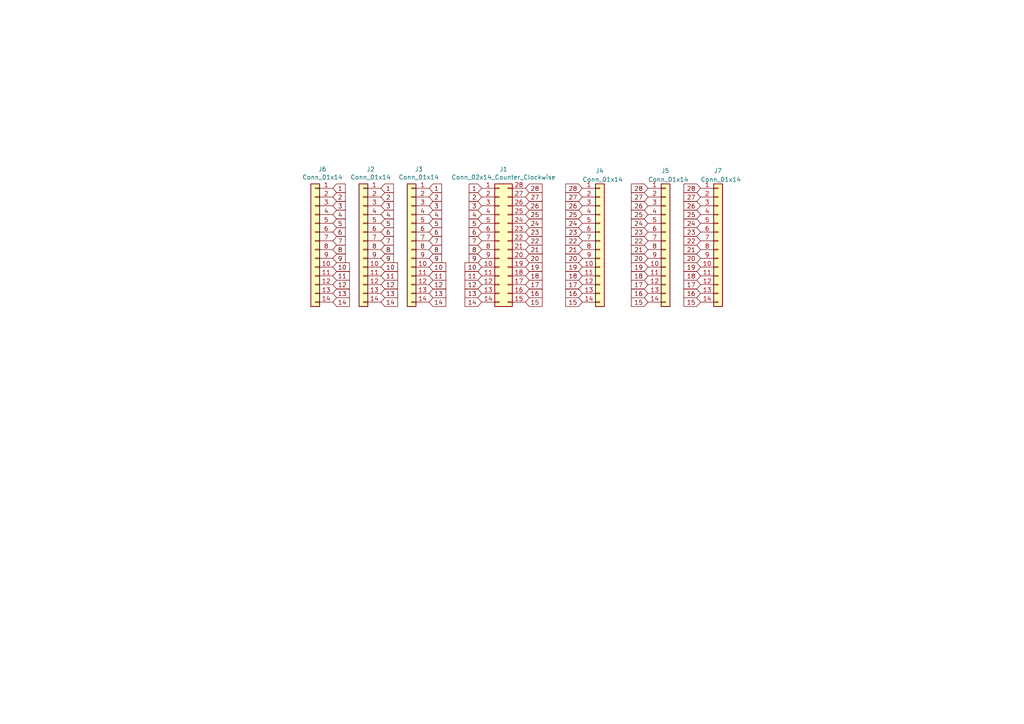
<source format=kicad_sch>
(kicad_sch (version 20230121) (generator eeschema)
  (paper "A4")
  (lib_symbols
    (symbol "Connector_Generic:Conn_01x14" (pin_names (offset 1.016) hide)
      (property "Reference" "J" (at 0 17.78 0))
      (property "Value" "Conn_01x14" (at 0 -20.32 0))
      (symbol "Conn_01x14_1_1"
        (rectangle (start -1.27 -17.653) (end 0 -17.907) (stroke (width 0.1524)))
        (rectangle (start -1.27 -15.113) (end 0 -15.367) (stroke (width 0.1524)))
        (rectangle (start -1.27 -12.573) (end 0 -12.827) (stroke (width 0.1524)))
        (rectangle (start -1.27 -10.033) (end 0 -10.287) (stroke (width 0.1524)))
        (rectangle (start -1.27 -7.493) (end 0 -7.747) (stroke (width 0.1524)))
        (rectangle (start -1.27 -4.953) (end 0 -5.207) (stroke (width 0.1524)))
        (rectangle (start -1.27 -2.413) (end 0 -2.667) (stroke (width 0.1524)))
        (rectangle (start -1.27 0.127) (end 0 -0.127) (stroke (width 0.1524)))
        (rectangle (start -1.27 2.667) (end 0 2.413) (stroke (width 0.1524)))
        (rectangle (start -1.27 5.207) (end 0 4.953) (stroke (width 0.1524)))
        (rectangle (start -1.27 7.747) (end 0 7.493) (stroke (width 0.1524)))
        (rectangle (start -1.27 10.287) (end 0 10.033) (stroke (width 0.1524)))
        (rectangle (start -1.27 12.827) (end 0 12.573) (stroke (width 0.1524)))
        (rectangle (start -1.27 15.367) (end 0 15.113) (stroke (width 0.1524)))
        (rectangle (start -1.27 16.51) (end 1.27 -19.05) (stroke (width 0.254)) (fill (type background)))
        (pin passive line (at -5.08 15.24 0) (length 3.81) (name "Pin_1") (number "1"))
        (pin passive line (at -5.08 -7.62 0) (length 3.81) (name "Pin_10") (number "10"))
        (pin passive line (at -5.08 -10.16 0) (length 3.81) (name "Pin_11") (number "11"))
        (pin passive line (at -5.08 -12.7 0) (length 3.81) (name "Pin_12") (number "12"))
        (pin passive line (at -5.08 -15.24 0) (length 3.81) (name "Pin_13") (number "13"))
        (pin passive line (at -5.08 -17.78 0) (length 3.81) (name "Pin_14") (number "14"))
        (pin passive line (at -5.08 12.7 0) (length 3.81) (name "Pin_2") (number "2"))
        (pin passive line (at -5.08 10.16 0) (length 3.81) (name "Pin_3") (number "3"))
        (pin passive line (at -5.08 7.62 0) (length 3.81) (name "Pin_4") (number "4"))
        (pin passive line (at -5.08 5.08 0) (length 3.81) (name "Pin_5") (number "5"))
        (pin passive line (at -5.08 2.54 0) (length 3.81) (name "Pin_6") (number "6"))
        (pin passive line (at -5.08 0 0) (length 3.81) (name "Pin_7") (number "7"))
        (pin passive line (at -5.08 -2.54 0) (length 3.81) (name "Pin_8") (number "8"))
        (pin passive line (at -5.08 -5.08 0) (length 3.81) (name "Pin_9") (number "9"))
      )
    )
    (symbol "Connector_Generic:Conn_02x14_Counter_Clockwise" (pin_names (offset 1.016) hide)
      (property "Reference" "J" (at 1.27 17.78 0))
      (property "Value" "Conn_02x14_Counter_Clockwise" (at 1.27 -20.32 0))
      (symbol "Conn_02x14_Counter_Clockwise_1_1"
        (rectangle (start -1.27 -17.653) (end 0 -17.907) (stroke (width 0.1524)))
        (rectangle (start -1.27 -15.113) (end 0 -15.367) (stroke (width 0.1524)))
        (rectangle (start -1.27 -12.573) (end 0 -12.827) (stroke (width 0.1524)))
        (rectangle (start -1.27 -10.033) (end 0 -10.287) (stroke (width 0.1524)))
        (rectangle (start -1.27 -7.493) (end 0 -7.747) (stroke (width 0.1524)))
        (rectangle (start -1.27 -4.953) (end 0 -5.207) (stroke (width 0.1524)))
        (rectangle (start -1.27 -2.413) (end 0 -2.667) (stroke (width 0.1524)))
        (rectangle (start -1.27 0.127) (end 0 -0.127) (stroke (width 0.1524)))
        (rectangle (start -1.27 2.667) (end 0 2.413) (stroke (width 0.1524)))
        (rectangle (start -1.27 5.207) (end 0 4.953) (stroke (width 0.1524)))
        (rectangle (start -1.27 7.747) (end 0 7.493) (stroke (width 0.1524)))
        (rectangle (start -1.27 10.287) (end 0 10.033) (stroke (width 0.1524)))
        (rectangle (start -1.27 12.827) (end 0 12.573) (stroke (width 0.1524)))
        (rectangle (start -1.27 15.367) (end 0 15.113) (stroke (width 0.1524)))
        (rectangle (start -1.27 16.51) (end 3.81 -19.05) (stroke (width 0.254)) (fill (type background)))
        (rectangle (start 3.81 -17.653) (end 2.54 -17.907) (stroke (width 0.1524)))
        (rectangle (start 3.81 -15.113) (end 2.54 -15.367) (stroke (width 0.1524)))
        (rectangle (start 3.81 -12.573) (end 2.54 -12.827) (stroke (width 0.1524)))
        (rectangle (start 3.81 -10.033) (end 2.54 -10.287) (stroke (width 0.1524)))
        (rectangle (start 3.81 -7.493) (end 2.54 -7.747) (stroke (width 0.1524)))
        (rectangle (start 3.81 -4.953) (end 2.54 -5.207) (stroke (width 0.1524)))
        (rectangle (start 3.81 -2.413) (end 2.54 -2.667) (stroke (width 0.1524)))
        (rectangle (start 3.81 0.127) (end 2.54 -0.127) (stroke (width 0.1524)))
        (rectangle (start 3.81 2.667) (end 2.54 2.413) (stroke (width 0.1524)))
        (rectangle (start 3.81 5.207) (end 2.54 4.953) (stroke (width 0.1524)))
        (rectangle (start 3.81 7.747) (end 2.54 7.493) (stroke (width 0.1524)))
        (rectangle (start 3.81 10.287) (end 2.54 10.033) (stroke (width 0.1524)))
        (rectangle (start 3.81 12.827) (end 2.54 12.573) (stroke (width 0.1524)))
        (rectangle (start 3.81 15.367) (end 2.54 15.113) (stroke (width 0.1524)))
        (pin passive line (at -5.08 15.24 0) (length 3.81) (name "Pin_1") (number "1"))
        (pin passive line (at -5.08 -7.62 0) (length 3.81) (name "Pin_10") (number "10"))
        (pin passive line (at -5.08 -10.16 0) (length 3.81) (name "Pin_11") (number "11"))
        (pin passive line (at -5.08 -12.7 0) (length 3.81) (name "Pin_12") (number "12"))
        (pin passive line (at -5.08 -15.24 0) (length 3.81) (name "Pin_13") (number "13"))
        (pin passive line (at -5.08 -17.78 0) (length 3.81) (name "Pin_14") (number "14"))
        (pin passive line (at 7.62 -17.78 180) (length 3.81) (name "Pin_15") (number "15"))
        (pin passive line (at 7.62 -15.24 180) (length 3.81) (name "Pin_16") (number "16"))
        (pin passive line (at 7.62 -12.7 180) (length 3.81) (name "Pin_17") (number "17"))
        (pin passive line (at 7.62 -10.16 180) (length 3.81) (name "Pin_18") (number "18"))
        (pin passive line (at 7.62 -7.62 180) (length 3.81) (name "Pin_19") (number "19"))
        (pin passive line (at -5.08 12.7 0) (length 3.81) (name "Pin_2") (number "2"))
        (pin passive line (at 7.62 -5.08 180) (length 3.81) (name "Pin_20") (number "20"))
        (pin passive line (at 7.62 -2.54 180) (length 3.81) (name "Pin_21") (number "21"))
        (pin passive line (at 7.62 0 180) (length 3.81) (name "Pin_22") (number "22"))
        (pin passive line (at 7.62 2.54 180) (length 3.81) (name "Pin_23") (number "23"))
        (pin passive line (at 7.62 5.08 180) (length 3.81) (name "Pin_24") (number "24"))
        (pin passive line (at 7.62 7.62 180) (length 3.81) (name "Pin_25") (number "25"))
        (pin passive line (at 7.62 10.16 180) (length 3.81) (name "Pin_26") (number "26"))
        (pin passive line (at 7.62 12.7 180) (length 3.81) (name "Pin_27") (number "27"))
        (pin passive line (at 7.62 15.24 180) (length 3.81) (name "Pin_28") (number "28"))
        (pin passive line (at -5.08 10.16 0) (length 3.81) (name "Pin_3") (number "3"))
        (pin passive line (at -5.08 7.62 0) (length 3.81) (name "Pin_4") (number "4"))
        (pin passive line (at -5.08 5.08 0) (length 3.81) (name "Pin_5") (number "5"))
        (pin passive line (at -5.08 2.54 0) (length 3.81) (name "Pin_6") (number "6"))
        (pin passive line (at -5.08 0 0) (length 3.81) (name "Pin_7") (number "7"))
        (pin passive line (at -5.08 -2.54 0) (length 3.81) (name "Pin_8") (number "8"))
        (pin passive line (at -5.08 -5.08 0) (length 3.81) (name "Pin_9") (number "9"))
      )
    )
  )
  (global_label "4" (shape input) (at 124.46 62.23 0) (property "Intersheetrefs" "${INTERSHEET_REFS}" (effects hide)))
  (global_label "26" (shape input) (at 168.91 59.69 180) (property "Intersheetrefs" "${INTERSHEET_REFS}" (effects hide)))
  (global_label "24" (shape input) (at 203.2 64.77 180) (property "Intersheetrefs" "${INTERSHEET_REFS}" (effects hide)))
  (global_label "26" (shape input) (at 187.96 59.69 180) (property "Intersheetrefs" "${INTERSHEET_REFS}" (effects hide)))
  (global_label "5" (shape input) (at 139.7 64.77 180) (property "Intersheetrefs" "${INTERSHEET_REFS}" (effects hide)))
  (global_label "2" (shape input) (at 110.49 57.15 0) (property "Intersheetrefs" "${INTERSHEET_REFS}" (effects hide)))
  (global_label "13" (shape input) (at 110.49 85.09 0) (property "Intersheetrefs" "${INTERSHEET_REFS}" (effects hide)))
  (global_label "6" (shape input) (at 96.52 67.31 0) (property "Intersheetrefs" "${INTERSHEET_REFS}" (effects hide)))
  (global_label "16" (shape input) (at 168.91 85.09 180) (property "Intersheetrefs" "${INTERSHEET_REFS}" (effects hide)))
  (global_label "27" (shape input) (at 152.4 57.15 0) (property "Intersheetrefs" "${INTERSHEET_REFS}" (effects hide)))
  (global_label "7" (shape input) (at 139.7 69.85 180) (property "Intersheetrefs" "${INTERSHEET_REFS}" (effects hide)))
  (global_label "21" (shape input) (at 187.96 72.39 180) (property "Intersheetrefs" "${INTERSHEET_REFS}" (effects hide)))
  (global_label "23" (shape input) (at 203.2 67.31 180) (property "Intersheetrefs" "${INTERSHEET_REFS}" (effects hide)))
  (global_label "13" (shape input) (at 96.52 85.09 0) (property "Intersheetrefs" "${INTERSHEET_REFS}" (effects hide)))
  (global_label "5" (shape input) (at 96.52 64.77 0) (property "Intersheetrefs" "${INTERSHEET_REFS}" (effects hide)))
  (global_label "12" (shape input) (at 96.52 82.55 0) (property "Intersheetrefs" "${INTERSHEET_REFS}" (effects hide)))
  (global_label "14" (shape input) (at 139.7 87.63 180) (property "Intersheetrefs" "${INTERSHEET_REFS}" (effects hide)))
  (global_label "26" (shape input) (at 152.4 59.69 0) (property "Intersheetrefs" "${INTERSHEET_REFS}" (effects hide)))
  (global_label "28" (shape input) (at 168.91 54.61 180) (property "Intersheetrefs" "${INTERSHEET_REFS}" (effects hide)))
  (global_label "27" (shape input) (at 187.96 57.15 180) (property "Intersheetrefs" "${INTERSHEET_REFS}" (effects hide)))
  (global_label "23" (shape input) (at 187.96 67.31 180) (property "Intersheetrefs" "${INTERSHEET_REFS}" (effects hide)))
  (global_label "26" (shape input) (at 203.2 59.69 180) (property "Intersheetrefs" "${INTERSHEET_REFS}" (effects hide)))
  (global_label "24" (shape input) (at 168.91 64.77 180) (property "Intersheetrefs" "${INTERSHEET_REFS}" (effects hide)))
  (global_label "8" (shape input) (at 110.49 72.39 0) (property "Intersheetrefs" "${INTERSHEET_REFS}" (effects hide)))
  (global_label "18" (shape input) (at 168.91 80.01 180) (property "Intersheetrefs" "${INTERSHEET_REFS}" (effects hide)))
  (global_label "2" (shape input) (at 96.52 57.15 0) (property "Intersheetrefs" "${INTERSHEET_REFS}" (effects hide)))
  (global_label "24" (shape input) (at 187.96 64.77 180) (property "Intersheetrefs" "${INTERSHEET_REFS}" (effects hide)))
  (global_label "25" (shape input) (at 168.91 62.23 180) (property "Intersheetrefs" "${INTERSHEET_REFS}" (effects hide)))
  (global_label "9" (shape input) (at 124.46 74.93 0) (property "Intersheetrefs" "${INTERSHEET_REFS}" (effects hide)))
  (global_label "8" (shape input) (at 139.7 72.39 180) (property "Intersheetrefs" "${INTERSHEET_REFS}" (effects hide)))
  (global_label "20" (shape input) (at 203.2 74.93 180) (property "Intersheetrefs" "${INTERSHEET_REFS}" (effects hide)))
  (global_label "2" (shape input) (at 124.46 57.15 0) (property "Intersheetrefs" "${INTERSHEET_REFS}" (effects hide)))
  (global_label "7" (shape input) (at 96.52 69.85 0) (property "Intersheetrefs" "${INTERSHEET_REFS}" (effects hide)))
  (global_label "17" (shape input) (at 152.4 82.55 0) (property "Intersheetrefs" "${INTERSHEET_REFS}" (effects hide)))
  (global_label "5" (shape input) (at 124.46 64.77 0) (property "Intersheetrefs" "${INTERSHEET_REFS}" (effects hide)))
  (global_label "3" (shape input) (at 96.52 59.69 0) (property "Intersheetrefs" "${INTERSHEET_REFS}" (effects hide)))
  (global_label "25" (shape input) (at 152.4 62.23 0) (property "Intersheetrefs" "${INTERSHEET_REFS}" (effects hide)))
  (global_label "1" (shape input) (at 110.49 54.61 0) (property "Intersheetrefs" "${INTERSHEET_REFS}" (effects hide)))
  (global_label "6" (shape input) (at 139.7 67.31 180) (property "Intersheetrefs" "${INTERSHEET_REFS}" (effects hide)))
  (global_label "12" (shape input) (at 110.49 82.55 0) (property "Intersheetrefs" "${INTERSHEET_REFS}" (effects hide)))
  (global_label "22" (shape input) (at 152.4 69.85 0) (property "Intersheetrefs" "${INTERSHEET_REFS}" (effects hide)))
  (global_label "25" (shape input) (at 203.2 62.23 180) (property "Intersheetrefs" "${INTERSHEET_REFS}" (effects hide)))
  (global_label "1" (shape input) (at 139.7 54.61 180) (property "Intersheetrefs" "${INTERSHEET_REFS}" (effects hide)))
  (global_label "18" (shape input) (at 152.4 80.01 0) (property "Intersheetrefs" "${INTERSHEET_REFS}" (effects hide)))
  (global_label "22" (shape input) (at 168.91 69.85 180) (property "Intersheetrefs" "${INTERSHEET_REFS}" (effects hide)))
  (global_label "1" (shape input) (at 96.52 54.61 0) (property "Intersheetrefs" "${INTERSHEET_REFS}" (effects hide)))
  (global_label "4" (shape input) (at 139.7 62.23 180) (property "Intersheetrefs" "${INTERSHEET_REFS}" (effects hide)))
  (global_label "22" (shape input) (at 187.96 69.85 180) (property "Intersheetrefs" "${INTERSHEET_REFS}" (effects hide)))
  (global_label "21" (shape input) (at 152.4 72.39 0) (property "Intersheetrefs" "${INTERSHEET_REFS}" (effects hide)))
  (global_label "17" (shape input) (at 168.91 82.55 180) (property "Intersheetrefs" "${INTERSHEET_REFS}" (effects hide)))
  (global_label "19" (shape input) (at 203.2 77.47 180) (property "Intersheetrefs" "${INTERSHEET_REFS}" (effects hide)))
  (global_label "6" (shape input) (at 124.46 67.31 0) (property "Intersheetrefs" "${INTERSHEET_REFS}" (effects hide)))
  (global_label "19" (shape input) (at 168.91 77.47 180) (property "Intersheetrefs" "${INTERSHEET_REFS}" (effects hide)))
  (global_label "18" (shape input) (at 203.2 80.01 180) (property "Intersheetrefs" "${INTERSHEET_REFS}" (effects hide)))
  (global_label "9" (shape input) (at 110.49 74.93 0) (property "Intersheetrefs" "${INTERSHEET_REFS}" (effects hide)))
  (global_label "20" (shape input) (at 187.96 74.93 180) (property "Intersheetrefs" "${INTERSHEET_REFS}" (effects hide)))
  (global_label "11" (shape input) (at 110.49 80.01 0) (property "Intersheetrefs" "${INTERSHEET_REFS}" (effects hide)))
  (global_label "10" (shape input) (at 124.46 77.47 0) (property "Intersheetrefs" "${INTERSHEET_REFS}" (effects hide)))
  (global_label "14" (shape input) (at 110.49 87.63 0) (property "Intersheetrefs" "${INTERSHEET_REFS}" (effects hide)))
  (global_label "6" (shape input) (at 110.49 67.31 0) (property "Intersheetrefs" "${INTERSHEET_REFS}" (effects hide)))
  (global_label "7" (shape input) (at 124.46 69.85 0) (property "Intersheetrefs" "${INTERSHEET_REFS}" (effects hide)))
  (global_label "27" (shape input) (at 203.2 57.15 180) (property "Intersheetrefs" "${INTERSHEET_REFS}" (effects hide)))
  (global_label "12" (shape input) (at 124.46 82.55 0) (property "Intersheetrefs" "${INTERSHEET_REFS}" (effects hide)))
  (global_label "8" (shape input) (at 96.52 72.39 0) (property "Intersheetrefs" "${INTERSHEET_REFS}" (effects hide)))
  (global_label "15" (shape input) (at 203.2 87.63 180) (property "Intersheetrefs" "${INTERSHEET_REFS}" (effects hide)))
  (global_label "14" (shape input) (at 124.46 87.63 0) (property "Intersheetrefs" "${INTERSHEET_REFS}" (effects hide)))
  (global_label "10" (shape input) (at 110.49 77.47 0) (property "Intersheetrefs" "${INTERSHEET_REFS}" (effects hide)))
  (global_label "10" (shape input) (at 139.7 77.47 180) (property "Intersheetrefs" "${INTERSHEET_REFS}" (effects hide)))
  (global_label "7" (shape input) (at 110.49 69.85 0) (property "Intersheetrefs" "${INTERSHEET_REFS}" (effects hide)))
  (global_label "16" (shape input) (at 187.96 85.09 180) (property "Intersheetrefs" "${INTERSHEET_REFS}" (effects hide)))
  (global_label "3" (shape input) (at 124.46 59.69 0) (property "Intersheetrefs" "${INTERSHEET_REFS}" (effects hide)))
  (global_label "9" (shape input) (at 96.52 74.93 0) (property "Intersheetrefs" "${INTERSHEET_REFS}" (effects hide)))
  (global_label "28" (shape input) (at 203.2 54.61 180) (property "Intersheetrefs" "${INTERSHEET_REFS}" (effects hide)))
  (global_label "21" (shape input) (at 203.2 72.39 180) (property "Intersheetrefs" "${INTERSHEET_REFS}" (effects hide)))
  (global_label "28" (shape input) (at 187.96 54.61 180) (property "Intersheetrefs" "${INTERSHEET_REFS}" (effects hide)))
  (global_label "14" (shape input) (at 96.52 87.63 0) (property "Intersheetrefs" "${INTERSHEET_REFS}" (effects hide)))
  (global_label "20" (shape input) (at 168.91 74.93 180) (property "Intersheetrefs" "${INTERSHEET_REFS}" (effects hide)))
  (global_label "16" (shape input) (at 203.2 85.09 180) (property "Intersheetrefs" "${INTERSHEET_REFS}" (effects hide)))
  (global_label "19" (shape input) (at 187.96 77.47 180) (property "Intersheetrefs" "${INTERSHEET_REFS}" (effects hide)))
  (global_label "17" (shape input) (at 203.2 82.55 180) (property "Intersheetrefs" "${INTERSHEET_REFS}" (effects hide)))
  (global_label "5" (shape input) (at 110.49 64.77 0) (property "Intersheetrefs" "${INTERSHEET_REFS}" (effects hide)))
  (global_label "20" (shape input) (at 152.4 74.93 0) (property "Intersheetrefs" "${INTERSHEET_REFS}" (effects hide)))
  (global_label "15" (shape input) (at 152.4 87.63 0) (property "Intersheetrefs" "${INTERSHEET_REFS}" (effects hide)))
  (global_label "16" (shape input) (at 152.4 85.09 0) (property "Intersheetrefs" "${INTERSHEET_REFS}" (effects hide)))
  (global_label "3" (shape input) (at 110.49 59.69 0) (property "Intersheetrefs" "${INTERSHEET_REFS}" (effects hide)))
  (global_label "8" (shape input) (at 124.46 72.39 0) (property "Intersheetrefs" "${INTERSHEET_REFS}" (effects hide)))
  (global_label "23" (shape input) (at 168.91 67.31 180) (property "Intersheetrefs" "${INTERSHEET_REFS}" (effects hide)))
  (global_label "10" (shape input) (at 96.52 77.47 0) (property "Intersheetrefs" "${INTERSHEET_REFS}" (effects hide)))
  (global_label "23" (shape input) (at 152.4 67.31 0) (property "Intersheetrefs" "${INTERSHEET_REFS}" (effects hide)))
  (global_label "19" (shape input) (at 152.4 77.47 0) (property "Intersheetrefs" "${INTERSHEET_REFS}" (effects hide)))
  (global_label "2" (shape input) (at 139.7 57.15 180) (property "Intersheetrefs" "${INTERSHEET_REFS}" (effects hide)))
  (global_label "13" (shape input) (at 124.46 85.09 0) (property "Intersheetrefs" "${INTERSHEET_REFS}" (effects hide)))
  (global_label "17" (shape input) (at 187.96 82.55 180) (property "Intersheetrefs" "${INTERSHEET_REFS}" (effects hide)))
  (global_label "28" (shape input) (at 152.4 54.61 0) (property "Intersheetrefs" "${INTERSHEET_REFS}" (effects hide)))
  (global_label "21" (shape input) (at 168.91 72.39 180) (property "Intersheetrefs" "${INTERSHEET_REFS}" (effects hide)))
  (global_label "15" (shape input) (at 187.96 87.63 180) (property "Intersheetrefs" "${INTERSHEET_REFS}" (effects hide)))
  (global_label "9" (shape input) (at 139.7 74.93 180) (property "Intersheetrefs" "${INTERSHEET_REFS}" (effects hide)))
  (global_label "4" (shape input) (at 110.49 62.23 0) (property "Intersheetrefs" "${INTERSHEET_REFS}" (effects hide)))
  (global_label "12" (shape input) (at 139.7 82.55 180) (property "Intersheetrefs" "${INTERSHEET_REFS}" (effects hide)))
  (global_label "24" (shape input) (at 152.4 64.77 0) (property "Intersheetrefs" "${INTERSHEET_REFS}" (effects hide)))
  (global_label "15" (shape input) (at 168.91 87.63 180) (property "Intersheetrefs" "${INTERSHEET_REFS}" (effects hide)))
  (global_label "11" (shape input) (at 139.7 80.01 180) (property "Intersheetrefs" "${INTERSHEET_REFS}" (effects hide)))
  (global_label "3" (shape input) (at 139.7 59.69 180) (property "Intersheetrefs" "${INTERSHEET_REFS}" (effects hide)))
  (global_label "4" (shape input) (at 96.52 62.23 0) (property "Intersheetrefs" "${INTERSHEET_REFS}" (effects hide)))
  (global_label "11" (shape input) (at 96.52 80.01 0) (property "Intersheetrefs" "${INTERSHEET_REFS}" (effects hide)))
  (global_label "18" (shape input) (at 187.96 80.01 180) (property "Intersheetrefs" "${INTERSHEET_REFS}" (effects hide)))
  (global_label "25" (shape input) (at 187.96 62.23 180) (property "Intersheetrefs" "${INTERSHEET_REFS}" (effects hide)))
  (global_label "1" (shape input) (at 124.46 54.61 0) (property "Intersheetrefs" "${INTERSHEET_REFS}" (effects hide)))
  (global_label "22" (shape input) (at 203.2 69.85 180) (property "Intersheetrefs" "${INTERSHEET_REFS}" (effects hide)))
  (global_label "11" (shape input) (at 124.46 80.01 0) (property "Intersheetrefs" "${INTERSHEET_REFS}" (effects hide)))
  (global_label "13" (shape input) (at 139.7 85.09 180) (property "Intersheetrefs" "${INTERSHEET_REFS}" (effects hide)))
  (global_label "27" (shape input) (at 168.91 57.15 180) (property "Intersheetrefs" "${INTERSHEET_REFS}" (effects hide)))
  (symbol (lib_id "Connector_Generic:Conn_02x14_Counter_Clockwise") (at 144.78 69.85 0) (unit 1)
    (property "Reference" "J1" (at 146.05 49.0982 0))
    (property "Value" "Conn_02x14_Counter_Clockwise" (at 146.05 51.4096 0))
    (property "Footprint" "Package_DIP:DIP-28_W15.24mm" (effects hide))
  )
  (symbol (lib_id "Connector_Generic:Conn_01x14") (at 105.41 69.85 0) (mirror y) (unit 1)
    (property "Reference" "J2" (at 107.4928 49.0982 0))
    (property "Value" "Conn_01x14" (at 107.4928 51.4096 0))
    (property "Footprint" "Connector Board:PinHeader_1x14_P2.54mm_Vertical" (effects hide))
  )
  (symbol (lib_id "Connector_Generic:Conn_01x14") (at 119.38 69.85 0) (mirror y) (unit 1)
    (property "Reference" "J3" (at 121.4628 49.0982 0))
    (property "Value" "Conn_01x14" (at 121.4628 51.4096 0))
    (property "Footprint" "Connector Board:PinHeader_1x14_P2.54mm_Vertical" (effects hide))
  )
  (symbol (lib_id "Connector_Generic:Conn_01x14") (at 173.99 69.85 0) (unit 1)
    (property "Reference" "J4" (at 172.72 49.53 0) (effects (justify left)))
    (property "Value" "Conn_01x14" (at 168.91 52.07 0) (effects (justify left)))
    (property "Footprint" "Connector Board:PinHeader_1x14_P2.54mm_Vertical2" (effects hide))
  )
  (symbol (lib_id "Connector_Generic:Conn_01x14") (at 193.04 69.85 0) (unit 1)
    (property "Reference" "J5" (at 191.77 49.53 0) (effects (justify left)))
    (property "Value" "Conn_01x14" (at 187.96 52.07 0) (effects (justify left)))
    (property "Footprint" "Connector Board:PinHeader_1x14_P2.54mm_Vertical2" (effects hide))
  )
  (symbol (lib_id "Connector_Generic:Conn_01x14") (at 208.28 69.85 0) (unit 1)
    (property "Reference" "J7" (at 207.01 49.53 0) (effects (justify left)))
    (property "Value" "Conn_01x14" (at 203.2 52.07 0) (effects (justify left)))
    (property "Footprint" "Connector Board:PinHeader_1x14_P2.54mm_Vertical" (effects hide))
  )
  (symbol (lib_id "Connector_Generic:Conn_01x14") (at 91.44 69.85 0) (mirror y) (unit 1)
    (property "Reference" "J6" (at 93.5228 49.0982 0))
    (property "Value" "Conn_01x14" (at 93.5228 51.4096 0))
    (property "Footprint" "Connector Board:PinHeader_1x14_P2.54mm_Vertical" (effects hide))
  )
)
</source>
